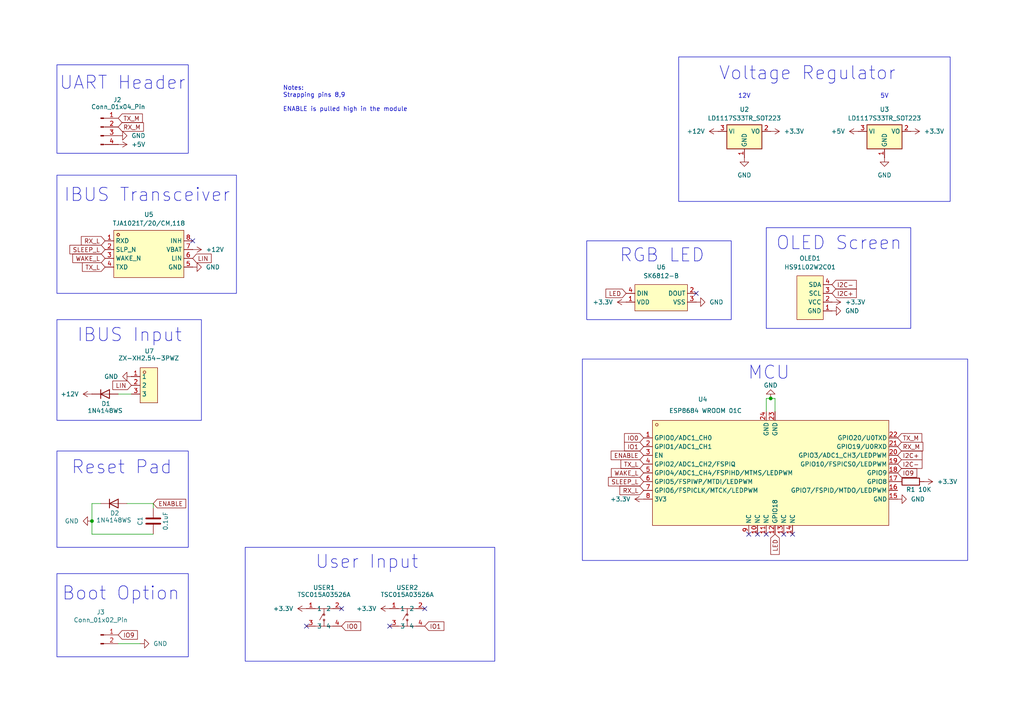
<source format=kicad_sch>
(kicad_sch (version 20231120) (generator "eeschema") (generator_version "8.0")
  (paper "A4")
  (lib_symbols
    (symbol "Connector:Conn_01x02_Pin" (pin_names (offset 1.016) hide)
      (property "Reference" "J" (at 0 2.54 0))
      (property "Value" "Conn_01x02_Pin" (at 0 -5.08 0))
      (symbol "Conn_01x02_Pin_1_1"
        (polyline (pts (xy 1.27 -2.54) (xy 0.8636 -2.54)) (stroke (width 0.1524)))
        (polyline (pts (xy 1.27 0) (xy 0.8636 0)) (stroke (width 0.1524)))
        (rectangle (start 0.8636 -2.413) (end 0 -2.667) (stroke (width 0.1524)) (fill (type outline)))
        (rectangle (start 0.8636 0.127) (end 0 -0.127) (stroke (width 0.1524)) (fill (type outline)))
        (pin passive line (at 5.08 0 180) (length 3.81) (name "Pin_1") (number "1"))
        (pin passive line (at 5.08 -2.54 180) (length 3.81) (name "Pin_2") (number "2"))
      )
    )
    (symbol "Connector:Conn_01x04_Pin" (pin_names (offset 1.016) hide)
      (property "Reference" "J" (at 0 5.08 0))
      (property "Value" "Conn_01x04_Pin" (at 0 -7.62 0))
      (symbol "Conn_01x04_Pin_1_1"
        (polyline (pts (xy 1.27 -5.08) (xy 0.8636 -5.08)) (stroke (width 0.1524)))
        (polyline (pts (xy 1.27 -2.54) (xy 0.8636 -2.54)) (stroke (width 0.1524)))
        (polyline (pts (xy 1.27 0) (xy 0.8636 0)) (stroke (width 0.1524)))
        (polyline (pts (xy 1.27 2.54) (xy 0.8636 2.54)) (stroke (width 0.1524)))
        (rectangle (start 0.8636 -4.953) (end 0 -5.207) (stroke (width 0.1524)) (fill (type outline)))
        (rectangle (start 0.8636 -2.413) (end 0 -2.667) (stroke (width 0.1524)) (fill (type outline)))
        (rectangle (start 0.8636 0.127) (end 0 -0.127) (stroke (width 0.1524)) (fill (type outline)))
        (rectangle (start 0.8636 2.667) (end 0 2.413) (stroke (width 0.1524)) (fill (type outline)))
        (pin passive line (at 5.08 2.54 180) (length 3.81) (name "Pin_1") (number "1"))
        (pin passive line (at 5.08 0 180) (length 3.81) (name "Pin_2") (number "2"))
        (pin passive line (at 5.08 -2.54 180) (length 3.81) (name "Pin_3") (number "3"))
        (pin passive line (at 5.08 -5.08 180) (length 3.81) (name "Pin_4") (number "4"))
      )
    )
    (symbol "Device:C" (pin_numbers hide) (pin_names (offset 0.254))
      (property "Reference" "C" (at 0.635 2.54 0))
      (property "Value" "C" (at 0.635 -2.54 0))
      (symbol "C_0_1"
        (polyline (pts (xy -2.032 -0.762) (xy 2.032 -0.762)) (stroke (width 0.508)))
        (polyline (pts (xy -2.032 0.762) (xy 2.032 0.762)) (stroke (width 0.508)))
      )
      (symbol "C_1_1"
        (pin passive line (at 0 3.81 270) (length 2.794) (name "~") (number "1"))
        (pin passive line (at 0 -3.81 90) (length 2.794) (name "~") (number "2"))
      )
    )
    (symbol "Device:R" (pin_numbers hide) (pin_names (offset 0))
      (property "Reference" "R" (at 2.032 0 90))
      (property "Value" "R" (at 0 0 90))
      (symbol "R_0_1"
        (rectangle (start -1.016 -2.54) (end 1.016 2.54) (stroke (width 0.254)))
      )
      (symbol "R_1_1"
        (pin passive line (at 0 3.81 270) (length 1.27) (name "~") (number "1"))
        (pin passive line (at 0 -3.81 90) (length 1.27) (name "~") (number "2"))
      )
    )
    (symbol "Diode:1N4148WS" (pin_numbers hide) (pin_names hide)
      (property "Reference" "D" (at 0 2.54 0))
      (property "Value" "1N4148WS" (at 0 -2.54 0))
      (symbol "1N4148WS_0_1"
        (polyline (pts (xy -1.27 1.27) (xy -1.27 -1.27)) (stroke (width 0.254)))
        (polyline (pts (xy 1.27 0) (xy -1.27 0)))
        (polyline (pts (xy 1.27 1.27) (xy 1.27 -1.27) (xy -1.27 0) (xy 1.27 1.27)) (stroke (width 0.254)))
      )
      (symbol "1N4148WS_1_1"
        (pin passive line (at -3.81 0 0) (length 2.54) (name "K") (number "1"))
        (pin passive line (at 3.81 0 180) (length 2.54) (name "A") (number "2"))
      )
    )
    (symbol "Regulator_Linear:LD1117S33TR_SOT223"
      (property "Reference" "U" (at -3.81 3.175 0))
      (property "Value" "LD1117S33TR_SOT223" (at 0 3.175 0))
      (symbol "LD1117S33TR_SOT223_0_1"
        (rectangle (start -5.08 -5.08) (end 5.08 1.905) (stroke (width 0.254)) (fill (type background)))
      )
      (symbol "LD1117S33TR_SOT223_1_1"
        (pin power_in line (at 0 -7.62 90) (length 2.54) (name "GND") (number "1"))
        (pin power_out line (at 7.62 0 180) (length 2.54) (name "VO") (number "2"))
        (pin power_in line (at -7.62 0 0) (length 2.54) (name "VI") (number "3"))
      )
    )
    (symbol "easyeda2kicad:ESP8684WROOM01C"
      (property "Reference" "U7" (at -1.524 39.624 0))
      (property "Value" "ESP8684 WROOM 01C" (at -10.668 36.322 0))
      (symbol "ESP8684WROOM01C_0_1"
        (rectangle (start -34.29 30.48) (end 34.29 0) (fill (type background)))
        (circle (center -33.02 29.21) (radius 0.38))
        (pin unspecified line (at -36.83 25.4 0) (length 2.54) (name "GPIO0/ADC1_CH0") (number "1"))
        (pin unspecified line (at -3.81 -2.54 90) (length 2.54) (name "NC") (number "10"))
        (pin unspecified line (at -1.27 -2.54 90) (length 2.54) (name "NC") (number "11"))
        (pin unspecified line (at 1.27 -2.54 90) (length 2.54) (name "GPIO18") (number "12"))
        (pin unspecified line (at 3.81 -2.54 90) (length 2.54) (name "NC") (number "13"))
        (pin unspecified line (at 6.35 -2.54 90) (length 2.54) (name "NC") (number "14"))
        (pin unspecified line (at 36.83 7.62 180) (length 2.54) (name "GND") (number "15"))
        (pin unspecified line (at 36.83 10.16 180) (length 2.54) (name "GPIO7/FSPID/MTDO/LEDPWM") (number "16"))
        (pin unspecified line (at 36.83 12.7 180) (length 2.54) (name "GPIO8") (number "17"))
        (pin unspecified line (at 36.83 15.24 180) (length 2.54) (name "GPIO9") (number "18"))
        (pin unspecified line (at 36.83 17.78 180) (length 2.54) (name "GPIO10/FSPICS0/LEDPWM") (number "19"))
        (pin unspecified line (at 36.83 20.32 180) (length 2.54) (name "GPIO3/ADC1_CH3/LEDPWM") (number "20"))
        (pin unspecified line (at 36.83 22.86 180) (length 2.54) (name "GPIO19/U0RXD") (number "21"))
        (pin unspecified line (at 36.83 25.4 180) (length 2.54) (name "GPIO20/U0TXD") (number "22"))
        (pin unspecified line (at 1.27 33.02 270) (length 2.54) (name "GND") (number "23"))
        (pin unspecified line (at -1.27 33.02 270) (length 2.54) (name "GND") (number "24"))
        (pin unspecified line (at -36.83 20.32 0) (length 2.54) (name "EN") (number "3"))
        (pin unspecified line (at -36.83 17.78 0) (length 2.54) (name "GPIO2/ADC1_CH2/FSPIQ") (number "4"))
        (pin unspecified line (at -36.83 15.24 0) (length 2.54) (name "GPIO4/ADC1_CH4/FSPIHD/MTMS/LEDPWM") (number "5"))
        (pin unspecified line (at -36.83 12.7 0) (length 2.54) (name "GPIO5/FSPIWP/MTDI/LEDPWM") (number "6"))
        (pin unspecified line (at -36.83 10.16 0) (length 2.54) (name "GPIO6/FSPICLK/MTCK/LEDPWM") (number "7"))
        (pin unspecified line (at -36.83 7.62 0) (length 2.54) (name "3V3") (number "8"))
        (pin unspecified line (at -6.35 -2.54 90) (length 2.54) (name "NC") (number "9"))
      )
      (symbol "ESP8684WROOM01C_1_1"
        (pin unspecified line (at -36.83 22.86 0) (length 2.54) (name "GPIO1/ADC1_CH1") (number "2"))
      )
    )
    (symbol "easyeda2kicad:HS91L02W2C01"
      (property "Reference" "OLED" (at 0 8.89 0))
      (property "Value" "HS91L02W2C01" (at 0 -8.89 0))
      (symbol "HS91L02W2C01_0_1"
        (rectangle (start -5.08 6.35) (end 2.54 -6.35) (fill (type background)))
        (pin unspecified line (at 5.08 -3.81 180) (length 2.54) (name "GND") (number "1"))
        (pin unspecified line (at 5.08 -1.27 180) (length 2.54) (name "VCC") (number "2"))
        (pin unspecified line (at 5.08 1.27 180) (length 2.54) (name "SCL") (number "3"))
        (pin unspecified line (at 5.08 3.81 180) (length 2.54) (name "SDA") (number "4"))
      )
    )
    (symbol "easyeda2kicad:SK6812-B"
      (property "Reference" "U" (at 0 6.35 0))
      (property "Value" "SK6812-B" (at 0 -6.35 0))
      (symbol "SK6812-B_0_1"
        (rectangle (start -7.62 3.81) (end 7.62 -3.81) (fill (type background)))
        (pin unspecified line (at -10.16 -1.27 0) (length 2.54) (name "VDD") (number "1"))
        (pin unspecified line (at 10.16 1.27 180) (length 2.54) (name "DOUT") (number "2"))
        (pin unspecified line (at 10.16 -1.27 180) (length 2.54) (name "VSS") (number "3"))
        (pin unspecified line (at -10.16 1.27 0) (length 2.54) (name "DIN") (number "4"))
      )
    )
    (symbol "easyeda2kicad:TJA1021T_20_CM,118"
      (property "Reference" "U5" (at 0 11.43 0))
      (property "Value" "TJA1021T/20/CM,118" (at 0 8.89 0))
      (symbol "TJA1021T_20_CM,118_0_1"
        (rectangle (start -10.16 6.86) (end 10.16 -6.86) (fill (type background)))
        (circle (center -8.89 5.59) (radius 0.38))
        (circle (center -8.89 5.59) (radius 0.38))
        (pin input line (at -12.7 1.27 0) (length 2.54) (name "SLP_N") (number "2"))
        (pin unspecified line (at 12.7 -3.81 180) (length 2.54) (name "GND") (number "5"))
        (pin power_in line (at 12.7 1.27 180) (length 2.54) (name "VBAT") (number "7"))
      )
      (symbol "TJA1021T_20_CM,118_1_1"
        (pin output line (at -12.7 3.81 0) (length 2.54) (name "RXD") (number "1"))
        (pin input line (at -12.7 -1.27 0) (length 2.54) (name "WAKE_N") (number "3"))
        (pin input line (at -12.7 -3.81 0) (length 2.54) (name "TXD") (number "4"))
        (pin passive line (at 12.7 -1.27 180) (length 2.54) (name "LIN") (number "6"))
        (pin output line (at 12.7 3.81 180) (length 2.54) (name "INH") (number "8"))
      )
    )
    (symbol "easyeda2kicad:TSC015A03526A"
      (property "Reference" "SW" (at 0 7.62 0))
      (property "Value" "TSC015A03526A" (at 0 -7.62 0))
      (symbol "TSC015A03526A_0_1"
        (circle (center 0 -0.76) (radius 0.25))
        (polyline (pts (xy -2.54 -2.54) (xy 2.54 -2.54)))
        (polyline (pts (xy -2.54 2.54) (xy 2.54 2.54)))
        (polyline (pts (xy -1.27 -0.76) (xy -0.25 1.02)))
        (polyline (pts (xy 0 -2.54) (xy 0 -0.76)))
        (polyline (pts (xy 0 1.52) (xy 0 0.76)))
        (polyline (pts (xy 0 2.54) (xy 0 1.52)))
        (circle (center 0 0.76) (radius 0.25))
        (pin unspecified line (at -5.08 2.54 0) (length 2.54) (name "1") (number "1"))
        (pin unspecified line (at 5.08 2.54 180) (length 2.54) (name "2") (number "2"))
        (pin unspecified line (at -5.08 -2.54 0) (length 2.54) (name "3") (number "3"))
        (pin unspecified line (at 5.08 -2.54 180) (length 2.54) (name "4") (number "4"))
      )
    )
    (symbol "easyeda2kicad:ZX-XH2.54-3PWZ"
      (property "Reference" "U4" (at -1.27 10.922 0))
      (property "Value" "ZX-XH2.54-3PWZ" (at -8.89 7.874 0))
      (symbol "ZX-XH2.54-3PWZ_0_1"
        (rectangle (start -2.54 5.08) (end 2.54 -5.08) (fill (type background)))
        (circle (center -1.27 3.81) (radius 0.38))
        (pin passive line (at -5.08 2.54 0) (length 2.54) (name "1") (number "1"))
        (pin passive line (at -5.08 0 0) (length 2.54) (name "2") (number "2"))
        (pin passive line (at -5.08 -2.54 0) (length 2.54) (name "3") (number "3"))
      )
    )
    (symbol "power:+12V" (power) (pin_numbers hide) (pin_names (offset 0) hide)
      (property "Value" "+12V" (at 0 3.556 0))
      (symbol "+12V_0_1"
        (polyline (pts (xy -0.762 1.27) (xy 0 2.54)))
        (polyline (pts (xy 0 0) (xy 0 2.54)))
        (polyline (pts (xy 0 2.54) (xy 0.762 1.27)))
      )
      (symbol "+12V_1_1"
        (pin power_in line (at 0 0 90) (length 0) (name "~") (number "1"))
      )
    )
    (symbol "power:+3.3V" (power) (pin_numbers hide) (pin_names (offset 0) hide)
      (property "Value" "+3.3V" (at 0 3.556 0))
      (symbol "+3.3V_0_1"
        (polyline (pts (xy -0.762 1.27) (xy 0 2.54)))
        (polyline (pts (xy 0 0) (xy 0 2.54)))
        (polyline (pts (xy 0 2.54) (xy 0.762 1.27)))
      )
      (symbol "+3.3V_1_1"
        (pin power_in line (at 0 0 90) (length 0) (name "~") (number "1"))
      )
    )
    (symbol "power:+5V" (power) (pin_numbers hide) (pin_names (offset 0) hide)
      (property "Value" "+5V" (at 0 3.556 0))
      (symbol "+5V_0_1"
        (polyline (pts (xy -0.762 1.27) (xy 0 2.54)))
        (polyline (pts (xy 0 0) (xy 0 2.54)))
        (polyline (pts (xy 0 2.54) (xy 0.762 1.27)))
      )
      (symbol "+5V_1_1"
        (pin power_in line (at 0 0 90) (length 0) (name "~") (number "1"))
      )
    )
    (symbol "power:GND" (power) (pin_numbers hide) (pin_names (offset 0) hide)
      (property "Value" "GND" (at 0 -3.81 0))
      (symbol "GND_0_1"
        (polyline (pts (xy 0 0) (xy 0 -1.27) (xy 1.27 -1.27) (xy 0 -2.54) (xy -1.27 -1.27) (xy 0 -1.27)))
      )
      (symbol "GND_1_1"
        (pin power_in line (at 0 0 270) (length 0) (name "~") (number "1"))
      )
    )
  )
  (junction (at 26.67 151.13))
  (junction (at 223.52 115.57))
  (no_connect (at 219.71 154.94))
  (no_connect (at 229.87 154.94))
  (no_connect (at 99.06 176.53))
  (no_connect (at 88.9 181.61))
  (no_connect (at 222.25 154.94))
  (no_connect (at 55.88 69.85))
  (no_connect (at 123.19 176.53))
  (no_connect (at 227.33 154.94))
  (no_connect (at 201.93 85.09))
  (no_connect (at 113.03 181.61))
  (no_connect (at 217.17 154.94))
  (wire (pts (xy 26.67 154.94) (xy 44.45 154.94)))
  (wire (pts (xy 44.45 146.05) (xy 36.83 146.05)))
  (wire (pts (xy 44.45 147.32) (xy 44.45 146.05)))
  (wire (pts (xy 223.52 115.57) (xy 222.25 115.57)))
  (wire (pts (xy 34.29 114.3) (xy 38.1 114.3)))
  (wire (pts (xy 26.67 151.13) (xy 26.67 146.05)))
  (wire (pts (xy 40.64 186.69) (xy 34.29 186.69)))
  (wire (pts (xy 26.67 151.13) (xy 26.67 154.94)))
  (wire (pts (xy 224.79 115.57) (xy 224.79 119.38)))
  (wire (pts (xy 26.67 146.05) (xy 29.21 146.05)))
  (wire (pts (xy 223.52 115.57) (xy 224.79 115.57)))
  (wire (pts (xy 222.25 115.57) (xy 222.25 119.38)))
  (rectangle (start 196.85 16.51) (end 275.59 58.42))
  (rectangle (start 170.18 69.85) (end 212.09 92.71))
  (rectangle (start 16.51 50.8) (end 68.58 85.09))
  (rectangle (start 71.12 158.75) (end 143.51 191.77))
  (rectangle (start 16.51 92.71) (end 58.42 121.92))
  (rectangle (start 16.51 18.796) (end 54.61 44.45))
  (rectangle (start 16.51 166.37) (end 54.61 190.5))
  (rectangle (start 168.91 104.14) (end 280.67 162.56))
  (rectangle (start 222.25 66.04) (end 264.16 95.25))
  (rectangle (start 16.51 130.81) (end 54.61 158.75))
  (text "UART Header" (at 35.56 24.13 0) (effects (font (size 3.81 3.81))))
  (text "12V" (at 215.9 27.94 0) (effects (font (size 1.27 1.27))))
  (text "Voltage Regulator" (at 234.188 21.336 0) (effects (font (size 3.81 3.81))))
  (text "IBUS Transceiver" (at 42.672 56.642 0) (effects (font (size 3.81 3.81))))
  (text "RGB LED" (at 192.024 74.168 0) (effects (font (size 3.81 3.81))))
  (text "IBUS Input" (at 37.592 97.282 0) (effects (font (size 3.81 3.81))))
  (text "5V" (at 256.54 27.94 0) (effects (font (size 1.27 1.27))))
  (text "OLED Screen\n" (at 243.332 70.612 0) (effects (font (size 3.81 3.81))))
  (text "Reset Pad" (at 35.306 135.636 0) (effects (font (size 3.81 3.81))))
  (text "MCU" (at 223.012 108.204 0) (effects (font (size 3.81 3.81))))
  (text "User Input" (at 106.426 163.068 0) (effects (font (size 3.81 3.81))))
  (text "Boot Option" (at 35.052 172.212 0) (effects (font (size 3.81 3.81))))
  (text "Notes:\nStrapping pins 8,9\n\nENABLE is pulled high in the module\n" (at 82.042 28.702 0) (effects (font (size 1.27 1.27)) (justify left)))
  (global_label "I2C-" (shape input) (at 241.3 82.55 0) (property "Intersheetrefs" "${INTERSHEET_REFS}" (effects (hide yes))))
  (global_label "RX_M" (shape input) (at 260.35 129.54 0) (property "Intersheetrefs" "${INTERSHEET_REFS}" (effects (hide yes))))
  (global_label "I2C+" (shape input) (at 260.35 132.08 0) (property "Intersheetrefs" "${INTERSHEET_REFS}" (effects (hide yes))))
  (global_label "LED" (shape input) (at 181.61 85.09 180) (property "Intersheetrefs" "${INTERSHEET_REFS}" (effects (hide yes))))
  (global_label "IO0" (shape input) (at 99.06 181.61 0) (property "Intersheetrefs" "${INTERSHEET_REFS}" (effects (hide yes))))
  (global_label "WAKE_L" (shape input) (at 30.48 74.93 180) (property "Intersheetrefs" "${INTERSHEET_REFS}" (effects (hide yes))))
  (global_label "WAKE_L" (shape input) (at 186.69 137.16 180) (property "Intersheetrefs" "${INTERSHEET_REFS}" (effects (hide yes))))
  (global_label "SLEEP_L" (shape input) (at 30.48 72.39 180) (property "Intersheetrefs" "${INTERSHEET_REFS}" (effects (hide yes))))
  (global_label "LED" (shape input) (at 224.79 154.94 270) (property "Intersheetrefs" "${INTERSHEET_REFS}" (effects (hide yes))))
  (global_label "LIN" (shape input) (at 55.88 74.93 0) (property "Intersheetrefs" "${INTERSHEET_REFS}" (effects (hide yes))))
  (global_label "TX_M" (shape input) (at 260.35 127 0) (property "Intersheetrefs" "${INTERSHEET_REFS}" (effects (hide yes))))
  (global_label "RX_L" (shape input) (at 30.48 69.85 180) (property "Intersheetrefs" "${INTERSHEET_REFS}" (effects (hide yes))))
  (global_label "IO0" (shape input) (at 186.69 127 180) (property "Intersheetrefs" "${INTERSHEET_REFS}" (effects (hide yes))))
  (global_label "IO1" (shape input) (at 186.69 129.54 180) (property "Intersheetrefs" "${INTERSHEET_REFS}" (effects (hide yes))))
  (global_label "TX_L" (shape input) (at 186.69 134.62 180) (property "Intersheetrefs" "${INTERSHEET_REFS}" (effects (hide yes))))
  (global_label "IO9" (shape input) (at 260.35 137.16 0) (property "Intersheetrefs" "${INTERSHEET_REFS}" (effects (hide yes))))
  (global_label "SLEEP_L" (shape input) (at 186.69 139.7 180) (property "Intersheetrefs" "${INTERSHEET_REFS}" (effects (hide yes))))
  (global_label "I2C-" (shape input) (at 260.35 134.62 0) (property "Intersheetrefs" "${INTERSHEET_REFS}" (effects (hide yes))))
  (global_label "IO9" (shape input) (at 34.29 184.15 0) (property "Intersheetrefs" "${INTERSHEET_REFS}" (effects (hide yes))))
  (global_label "TX_M" (shape input) (at 34.29 34.29 0) (property "Intersheetrefs" "${INTERSHEET_REFS}" (effects (hide yes))))
  (global_label "I2C+" (shape input) (at 241.3 85.09 0) (property "Intersheetrefs" "${INTERSHEET_REFS}" (effects (hide yes))))
  (global_label "ENABLE" (shape input) (at 186.69 132.08 180) (property "Intersheetrefs" "${INTERSHEET_REFS}" (effects (hide yes))))
  (global_label "RX_M" (shape input) (at 34.29 36.83 0) (property "Intersheetrefs" "${INTERSHEET_REFS}" (effects (hide yes))))
  (global_label "IO1" (shape input) (at 123.19 181.61 0) (property "Intersheetrefs" "${INTERSHEET_REFS}" (effects (hide yes))))
  (global_label "ENABLE" (shape input) (at 44.45 146.05 0) (property "Intersheetrefs" "${INTERSHEET_REFS}" (effects (hide yes))))
  (global_label "LIN" (shape input) (at 38.1 111.76 180) (property "Intersheetrefs" "${INTERSHEET_REFS}" (effects (hide yes))))
  (global_label "TX_L" (shape input) (at 30.48 77.47 180) (property "Intersheetrefs" "${INTERSHEET_REFS}" (effects (hide yes))))
  (global_label "RX_L" (shape input) (at 186.69 142.24 180) (property "Intersheetrefs" "${INTERSHEET_REFS}" (effects (hide yes))))
  (symbol (lib_id "Device:R") (at 264.16 139.7 90) (unit 1)
    (property "Reference" "R1" (at 264.16 141.986 90))
    (property "Value" "10K" (at 268.224 141.986 90))
    (property "Footprint" "Resistor_SMD:R_0805_2012Metric_Pad1.20x1.40mm_HandSolder" (effects (hide yes)))
    (property "Description" "Resistor" (effects (hide yes)))
  )
  (symbol (lib_id "power:GND") (at 55.88 77.47 90) (unit 1)
    (property "Reference" "#PWR019" (effects (hide yes)))
    (property "Value" "GND" (at 59.69 77.4699 90) (effects (justify right)))
    (property "Description" "Power symbol creates a global label with name \"GND\" , ground" (effects (hide yes)))
  )
  (symbol (lib_id "power:GND") (at 241.3 90.17 90) (unit 1)
    (property "Reference" "#PWR022" (effects (hide yes)))
    (property "Value" "GND" (at 245.11 90.1699 90) (effects (justify right)))
    (property "Description" "Power symbol creates a global label with name \"GND\" , ground" (effects (hide yes)))
  )
  (symbol (lib_id "Connector:Conn_01x02_Pin") (at 29.21 184.15 0) (unit 1)
    (property "Reference" "J3" (at 29.21 177.546 0))
    (property "Value" "Conn_01x02_Pin" (at 29.21 179.832 0))
    (property "Footprint" "Connector_PinHeader_2.54mm:PinHeader_1x02_P2.54mm_Vertical" (effects (hide yes)))
    (property "Description" "Generic connector, single row, 01x02, script generated" (effects (hide yes)))
  )
  (symbol (lib_id "power:+5V") (at 248.92 38.1 90) (unit 1)
    (property "Reference" "#PWR04" (effects (hide yes)))
    (property "Value" "+5V" (at 245.11 38.0999 90) (effects (justify left)))
    (property "Description" "Power symbol creates a global label with name \"+5V\"" (effects (hide yes)))
  )
  (symbol (lib_id "Diode:1N4148WS") (at 30.48 114.3 0) (unit 1)
    (property "Reference" "D1" (at 30.734 117.094 0))
    (property "Value" "1N4148WS" (at 30.48 119.126 0))
    (property "Footprint" "Diode_SMD:D_SOD-323_HandSoldering" (effects (hide yes)))
    (property "Datasheet" "https://www.vishay.com/docs/85751/1n4148ws.pdf" (effects (hide yes)))
    (property "Description" "75V 0.15A Fast switching Diode, SOD-323" (effects (hide yes)))
    (property "Sim.Device" "D" (effects (hide yes)))
    (property "Sim.Pins" "1=K 2=A" (effects (hide yes)))
  )
  (symbol (lib_id "power:+5V") (at 34.29 41.91 270) (unit 1)
    (property "Reference" "#PWR015" (effects (hide yes)))
    (property "Value" "+5V" (at 38.1 41.9099 90) (effects (justify left)))
    (property "Description" "Power symbol creates a global label with name \"+5V\"" (effects (hide yes)))
  )
  (symbol (lib_id "Diode:1N4148WS") (at 33.02 146.05 0) (unit 1)
    (property "Reference" "D2" (at 33.274 148.844 0))
    (property "Value" "1N4148WS" (at 33.02 150.876 0))
    (property "Footprint" "Diode_SMD:D_SOD-323_HandSoldering" (effects (hide yes)))
    (property "Datasheet" "https://www.vishay.com/docs/85751/1n4148ws.pdf" (effects (hide yes)))
    (property "Description" "75V 0.15A Fast switching Diode, SOD-323" (effects (hide yes)))
    (property "Sim.Device" "D" (effects (hide yes)))
    (property "Sim.Pins" "1=K 2=A" (effects (hide yes)))
  )
  (symbol (lib_id "power:+3.3V") (at 223.52 38.1 270) (unit 1)
    (property "Reference" "#PWR03" (effects (hide yes)))
    (property "Value" "+3.3V" (at 227.33 38.0999 90) (effects (justify left)))
    (property "Description" "Power symbol creates a global label with name \"+3.3V\"" (effects (hide yes)))
  )
  (symbol (lib_id "power:+3.3V") (at 241.3 87.63 270) (unit 1)
    (property "Reference" "#PWR021" (effects (hide yes)))
    (property "Value" "+3.3V" (at 245.11 87.6299 90) (effects (justify left)))
    (property "Description" "Power symbol creates a global label with name \"+3.3V\"" (effects (hide yes)))
  )
  (symbol (lib_id "power:+3.3V") (at 181.61 87.63 90) (unit 1)
    (property "Reference" "#PWR012" (effects (hide yes)))
    (property "Value" "+3.3V" (at 177.8 87.6299 90) (effects (justify left)))
    (property "Description" "Power symbol creates a global label with name \"+3.3V\"" (effects (hide yes)))
  )
  (symbol (lib_id "easyeda2kicad:HS91L02W2C01") (at 236.22 86.36 0) (unit 1)
    (property "Reference" "OLED1" (at 234.95 74.93 0))
    (property "Value" "HS91L02W2C01" (at 234.95 77.47 0))
    (property "Footprint" "easyeda2kicad:OLED-TH_L38.0-W12.0_HS91L02W2C01" (effects (hide yes)))
    (property "LCSC Part" "C5248081" (effects (hide yes)))
  )
  (symbol (lib_id "power:+3.3V") (at 186.69 144.78 90) (unit 1)
    (property "Reference" "#PWR07" (effects (hide yes)))
    (property "Value" "+3.3V" (at 182.88 144.7799 90) (effects (justify left)))
    (property "Description" "Power symbol creates a global label with name \"+3.3V\"" (effects (hide yes)))
  )
  (symbol (lib_id "power:GND") (at 215.9 45.72 0) (unit 1)
    (property "Reference" "#PWR02" (effects (hide yes)))
    (property "Value" "GND" (at 215.9 50.8 0))
    (property "Description" "Power symbol creates a global label with name \"GND\" , ground" (effects (hide yes)))
  )
  (symbol (lib_id "easyeda2kicad:ZX-XH2.54-3PWZ") (at 43.18 111.76 0) (unit 1)
    (property "Reference" "U7" (at 41.91 101.854 0) (effects (justify left)))
    (property "Value" "ZX-XH2.54-3PWZ" (at 34.29 103.886 0) (effects (justify left)))
    (property "Footprint" "easyeda2kicad:HDR-TH_3P-P2.50_ZX-XH2.54-3PWZ" (effects (hide yes)))
    (property "LCSC Part" "C7429642" (effects (hide yes)))
  )
  (symbol (lib_id "power:GND") (at 256.54 45.72 0) (unit 1)
    (property "Reference" "#PWR05" (effects (hide yes)))
    (property "Value" "GND" (at 256.54 50.8 0))
    (property "Description" "Power symbol creates a global label with name \"GND\" , ground" (effects (hide yes)))
  )
  (symbol (lib_id "power:GND") (at 201.93 87.63 90) (unit 1)
    (property "Reference" "#PWR020" (effects (hide yes)))
    (property "Value" "GND" (at 205.74 87.6299 90) (effects (justify right)))
    (property "Description" "Power symbol creates a global label with name \"GND\" , ground" (effects (hide yes)))
  )
  (symbol (lib_id "easyeda2kicad:TJA1021T_20_CM,118") (at 43.18 73.66 0) (unit 1)
    (property "Reference" "U5" (at 43.18 62.23 0))
    (property "Value" "TJA1021T/20/CM,118" (at 43.18 64.77 0))
    (property "Footprint" "easyeda2kicad:SOIC-8_L4.9-W3.9-P1.27-LS6.0-BL" (effects (hide yes)))
    (property "Datasheet" "https://lcsc.com/product-detail/Interface-ICs_NXP_TJA1021T-20-CM-118_TJA1021T-20-CM-118_C128810.html" (effects (hide yes)))
    (property "LCSC Part" "C128810" (effects (hide yes)))
  )
  (symbol (lib_id "power:+3.3V") (at 267.97 139.7 270) (unit 1)
    (property "Reference" "#PWR010" (effects (hide yes)))
    (property "Value" "+3.3V" (at 271.78 139.6999 90) (effects (justify left)))
    (property "Description" "Power symbol creates a global label with name \"+3.3V\"" (effects (hide yes)))
  )
  (symbol (lib_id "power:GND") (at 34.29 39.37 90) (unit 1)
    (property "Reference" "#PWR014" (effects (hide yes)))
    (property "Value" "GND" (at 38.1 39.3699 90) (effects (justify right)))
    (property "Description" "Power symbol creates a global label with name \"GND\" , ground" (effects (hide yes)))
  )
  (symbol (lib_id "power:+3.3V") (at 113.03 176.53 90) (unit 1)
    (property "Reference" "#PWR024" (effects (hide yes)))
    (property "Value" "+3.3V" (at 109.22 176.5299 90) (effects (justify left)))
    (property "Description" "Power symbol creates a global label with name \"+3.3V\"" (effects (hide yes)))
  )
  (symbol (lib_id "power:+12V") (at 55.88 72.39 270) (unit 1)
    (property "Reference" "#PWR018" (effects (hide yes)))
    (property "Value" "+12V" (at 59.69 72.3899 90) (effects (justify left)))
    (property "Description" "Power symbol creates a global label with name \"+12V\"" (effects (hide yes)))
  )
  (symbol (lib_id "power:GND") (at 260.35 144.78 90) (unit 1)
    (property "Reference" "#PWR09" (effects (hide yes)))
    (property "Value" "GND" (at 264.16 144.7799 90) (effects (justify right)))
    (property "Description" "Power symbol creates a global label with name \"GND\" , ground" (effects (hide yes)))
  )
  (symbol (lib_id "Connector:Conn_01x04_Pin") (at 29.21 36.83 0) (unit 1)
    (property "Reference" "J2" (at 34.036 28.956 0))
    (property "Value" "Conn_01x04_Pin" (at 34.29 30.988 0))
    (property "Footprint" "Connector_PinHeader_2.54mm:PinHeader_1x04_P2.54mm_Vertical" (effects (hide yes)))
    (property "Description" "Generic connector, single row, 01x04, script generated" (effects (hide yes)))
  )
  (symbol (lib_id "easyeda2kicad:SK6812-B") (at 191.77 86.36 0) (unit 1)
    (property "Reference" "U6" (at 191.77 77.47 0))
    (property "Value" "SK6812-B" (at 191.77 80.01 0))
    (property "Footprint" "easyeda2kicad:LED-SMD_4P-L5.0-W5.0-LS5.4-TL-1" (effects (hide yes)))
    (property "LCSC Part" "C5380881" (effects (hide yes)))
  )
  (symbol (lib_id "power:GND") (at 223.52 115.57 180) (unit 1)
    (property "Reference" "#PWR08" (effects (hide yes)))
    (property "Value" "GND" (at 223.52 111.76 0))
    (property "Description" "Power symbol creates a global label with name \"GND\" , ground" (effects (hide yes)))
  )
  (symbol (lib_id "easyeda2kicad:TSC015A03526A") (at 93.98 179.07 0) (unit 1)
    (property "Reference" "USER1" (at 93.98 170.434 0))
    (property "Value" "TSC015A03526A" (at 93.98 172.466 0))
    (property "Footprint" "easyeda2kicad:SW-SMD_4P-L4.5-W4.5-P3.00-LS6.8" (effects (hide yes)))
    (property "LCSC Part" "C2888900" (effects (hide yes)))
  )
  (symbol (lib_id "power:+12V") (at 208.28 38.1 90) (unit 1)
    (property "Reference" "#PWR01" (effects (hide yes)))
    (property "Value" "+12V" (at 204.47 38.0999 90) (effects (justify left)))
    (property "Description" "Power symbol creates a global label with name \"+12V\"" (effects (hide yes)))
  )
  (symbol (lib_id "easyeda2kicad:ESP8684WROOM01C") (at 223.52 152.4 0) (unit 1)
    (property "Reference" "U4" (at 202.438 115.824 0) (effects (justify left)))
    (property "Value" "ESP8684 WROOM 01C" (at 194.056 119.126 0) (effects (justify left)))
    (property "Footprint" "easyeda2kicad:WIRELM-SMD_ESP8684-WROOM0-1C" (effects (hide yes)))
    (property "LCSC Part" "C9900074922" (effects (hide yes)))
  )
  (symbol (lib_id "power:+12V") (at 26.67 114.3 90) (unit 1)
    (property "Reference" "#PWR011" (effects (hide yes)))
    (property "Value" "+12V" (at 22.86 114.2999 90) (effects (justify left)))
    (property "Description" "Power symbol creates a global label with name \"+12V\"" (effects (hide yes)))
  )
  (symbol (lib_id "power:GND") (at 26.67 151.13 270) (unit 1)
    (property "Reference" "#PWR013" (effects (hide yes)))
    (property "Value" "GND" (at 22.86 151.1299 90) (effects (justify right)))
    (property "Description" "Power symbol creates a global label with name \"GND\" , ground" (effects (hide yes)))
  )
  (symbol (lib_id "power:GND") (at 38.1 109.22 270) (unit 1)
    (property "Reference" "#PWR016" (effects (hide yes)))
    (property "Value" "GND" (at 34.29 109.2199 90) (effects (justify right)))
    (property "Description" "Power symbol creates a global label with name \"GND\" , ground" (effects (hide yes)))
  )
  (symbol (lib_id "power:+3.3V") (at 264.16 38.1 270) (unit 1)
    (property "Reference" "#PWR06" (effects (hide yes)))
    (property "Value" "+3.3V" (at 267.97 38.0999 90) (effects (justify left)))
    (property "Description" "Power symbol creates a global label with name \"+3.3V\"" (effects (hide yes)))
  )
  (symbol (lib_id "easyeda2kicad:TSC015A03526A") (at 118.11 179.07 0) (unit 1)
    (property "Reference" "USER2" (at 118.11 170.434 0))
    (property "Value" "TSC015A03526A" (at 118.11 172.466 0))
    (property "Footprint" "easyeda2kicad:SW-SMD_4P-L4.5-W4.5-P3.00-LS6.8" (effects (hide yes)))
    (property "LCSC Part" "C2888900" (effects (hide yes)))
  )
  (symbol (lib_id "power:GND") (at 40.64 186.69 90) (unit 1)
    (property "Reference" "#PWR017" (effects (hide yes)))
    (property "Value" "GND" (at 44.45 186.6899 90) (effects (justify right)))
    (property "Description" "Power symbol creates a global label with name \"GND\" , ground" (effects (hide yes)))
  )
  (symbol (lib_id "Regulator_Linear:LD1117S33TR_SOT223") (at 215.9 38.1 0) (unit 1)
    (property "Reference" "U2" (at 215.9 31.75 0))
    (property "Value" "LD1117S33TR_SOT223" (at 215.9 34.29 0))
    (property "Footprint" "Package_TO_SOT_SMD:SOT-223-3_TabPin2" (effects (hide yes)))
    (property "Datasheet" "http://www.st.com/st-web-ui/static/active/en/resource/technical/document/datasheet/CD00000544.pdf" (effects (hide yes)))
    (property "Description" "800mA Fixed Low Drop Positive Voltage Regulator, Fixed Output 3.3V, SOT-223" (effects (hide yes)))
  )
  (symbol (lib_id "Regulator_Linear:LD1117S33TR_SOT223") (at 256.54 38.1 0) (unit 1)
    (property "Reference" "U3" (at 256.54 31.75 0))
    (property "Value" "LD1117S33TR_SOT223" (at 256.54 34.29 0))
    (property "Footprint" "Package_TO_SOT_SMD:SOT-223-3_TabPin2" (effects (hide yes)))
    (property "Datasheet" "http://www.st.com/st-web-ui/static/active/en/resource/technical/document/datasheet/CD00000544.pdf" (effects (hide yes)))
    (property "Description" "800mA Fixed Low Drop Positive Voltage Regulator, Fixed Output 3.3V, SOT-223" (effects (hide yes)))
  )
  (symbol (lib_id "Device:C") (at 44.45 151.13 0) (unit 1)
    (property "Reference" "C1" (at 40.64 151.13 90))
    (property "Value" "0.1uF" (at 48.006 151.13 90))
    (property "Footprint" "Capacitor_SMD:C_0805_2012Metric_Pad1.18x1.45mm_HandSolder" (effects (hide yes)))
    (property "Description" "Unpolarized capacitor" (effects (hide yes)))
  )
  (symbol (lib_id "power:+3.3V") (at 88.9 176.53 90) (unit 1)
    (property "Reference" "#PWR023" (effects (hide yes)))
    (property "Value" "+3.3V" (at 85.09 176.5299 90) (effects (justify left)))
    (property "Description" "Power symbol creates a global label with name \"+3.3V\"" (effects (hide yes)))
  )
)
</source>
